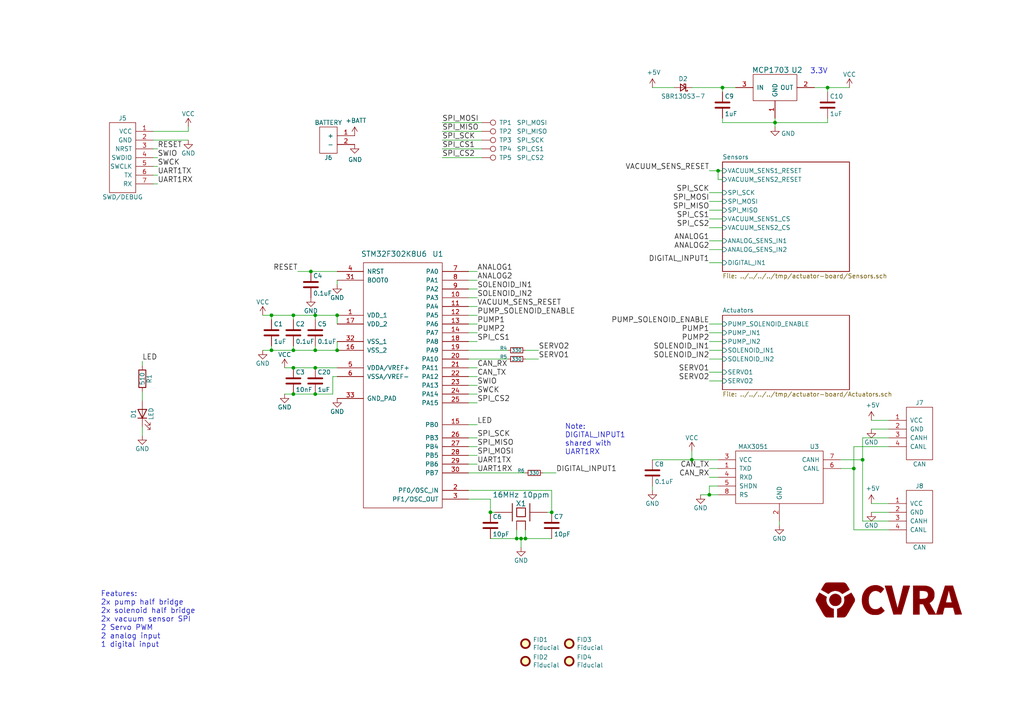
<source format=kicad_sch>
(kicad_sch (version 20230121) (generator eeschema)
  (paper "A4")
  (title_block (title "Actuator board") (date "2020-02-12") (rev "A.4") (company "Club Vaudois de Robotique Autonome") (comment 1 "Michael Spieler, Salah Missri, Antoine Albertelli") (comment 2 "Authors: "))
  (lib_symbols
    (symbol "Connector:TestPoint" (pin_numbers hide) (pin_names (offset 0.762) hide)
      (property "Reference" "TP" (at 0 6.858 0))
      (property "Value" "TestPoint" (at 0 5.08 0))
      (symbol "TestPoint_1_1"
        (pin passive line (at 0 0 90) (length 2.54) (name "1") (number "1"))
      )
    )
    (symbol "Device:C" (pin_numbers hide) (pin_names (offset 0.254))
      (property "Reference" "C" (at 0.635 2.54 0))
      (property "Value" "C" (at 0.635 -2.54 0))
      (symbol "C_1_1"
        (pin passive line (at 0 3.81 270) (length 2.794) (name "~") (number "1"))
        (pin passive line (at 0 -3.81 90) (length 2.794) (name "~") (number "2"))
      )
    )
    (symbol "Device:D_Schottky_Small" (pin_numbers hide) (pin_names (offset 0.254) hide)
      (property "Reference" "D" (at -1.27 2.032 0))
      (property "Value" "D_Schottky_Small" (at -7.112 -2.032 0))
      (symbol "D_Schottky_Small_1_1"
        (pin passive line (at -2.54 0 0) (length 1.778) (name "K") (number "1"))
        (pin passive line (at 2.54 0 180) (length 1.778) (name "A") (number "2"))
      )
    )
    (symbol "Device:LED" (pin_numbers hide) (pin_names (offset 1.016) hide)
      (property "Reference" "D" (at 0 2.54 0))
      (property "Value" "LED" (at 0 -2.54 0))
      (symbol "LED_1_1"
        (pin passive line (at -3.81 0 0) (length 2.54) (name "K") (number "1"))
        (pin passive line (at 3.81 0 180) (length 2.54) (name "A") (number "2"))
      )
    )
    (symbol "Device:R" (pin_numbers hide) (pin_names (offset 0))
      (property "Reference" "R" (at 2.032 0 90))
      (property "Value" "R" (at 0 0 90))
      (symbol "R_1_1"
        (pin passive line (at 0 3.81 270) (length 1.27) (name "~") (number "1"))
        (pin passive line (at 0 -3.81 90) (length 1.27) (name "~") (number "2"))
      )
    )
    (symbol "Device:R_Small" (pin_numbers hide) (pin_names (offset 0.254) hide)
      (property "Reference" "R" (at 0.762 0.508 0))
      (property "Value" "R_Small" (at 0.762 -1.016 0))
      (symbol "R_Small_1_1"
        (pin passive line (at 0 2.54 270) (length 0.762) (name "~") (number "1"))
        (pin passive line (at 0 -2.54 90) (length 0.762) (name "~") (number "2"))
      )
    )
    (symbol "Mechanical:Fiducial"
      (property "Reference" "FID" (at 0 5.08 0))
      (property "Value" "Fiducial" (at 0 3.175 0))
    )
    (symbol "actuator-board-rescue:CAN-_connectors" (pin_names (offset 1.016))
      (property "Reference" "CONN" (at 0 8.89 0))
      (property "Value" "_connectors_CAN" (at 0 -8.89 0))
      (symbol "CAN-_connectors_1_1"
        (pin power_in line (at -8.89 3.81 0) (length 5.08) (name "VCC") (number "1"))
        (pin power_in line (at -8.89 1.27 0) (length 5.08) (name "GND") (number "2"))
        (pin bidirectional line (at -8.89 -1.27 0) (length 5.08) (name "CANH") (number "3"))
        (pin bidirectional line (at -8.89 -3.81 0) (length 5.08) (name "CANL") (number "4"))
        (pin power_in line (at -11.43 -6.35 0) (length 7.62) hide (name "GND") (number "MECH"))
      )
    )
    (symbol "actuator-board-rescue:CVRA_logo-_logo" (pin_names (offset 1.016)))
    (symbol "actuator-board-rescue:MAX3051-_div" (pin_names (offset 1.016))
      (property "Reference" "U" (at 10.16 8.89 0))
      (property "Value" "_div_MAX3051" (at -7.62 8.89 0))
      (symbol "MAX3051-_div_1_1"
        (pin input line (at -17.78 2.54 0) (length 5.08) (name "TXD") (number "1"))
        (pin power_in line (at 0 -12.7 90) (length 5.08) (name "GND") (number "2"))
        (pin power_in line (at -17.78 5.08 0) (length 5.08) (name "VCC") (number "3"))
        (pin output line (at -17.78 0 0) (length 5.08) (name "RXD") (number "4"))
        (pin input line (at -17.78 -2.54 0) (length 5.08) (name "SHDN") (number "5"))
        (pin bidirectional line (at 17.78 2.54 180) (length 5.08) (name "CANL") (number "6"))
        (pin bidirectional line (at 17.78 5.08 180) (length 5.08) (name "CANH") (number "7"))
        (pin input line (at -17.78 -5.08 0) (length 5.08) (name "RS") (number "8"))
      )
    )
    (symbol "actuator-board-rescue:MCP1703-_linear-regulators" (pin_names (offset 1.016))
      (property "Reference" "U" (at 6.35 5.08 0))
      (property "Value" "_linear-regulators_MCP1703" (at -1.27 5.08 0))
      (symbol "MCP1703-_linear-regulators_1_1"
        (pin power_in line (at 0 -8.89 90) (length 5.08) (name "GND") (number "1"))
        (pin power_in line (at 11.43 0 180) (length 5.08) (name "OUT") (number "2"))
        (pin power_in line (at -11.43 0 0) (length 5.08) (name "IN") (number "3"))
      )
    )
    (symbol "actuator-board-rescue:PWR-_connectors" (pin_names (offset 1.016))
      (property "Reference" "CONN" (at -1.27 5.08 0))
      (property "Value" "_connectors_PWR" (at -1.27 -5.08 0))
      (symbol "PWR-_connectors_1_1"
        (pin power_in line (at -8.89 1.27 0) (length 5.08) (name "+") (number "1"))
        (pin power_in line (at -8.89 -1.27 0) (length 5.08) (name "-") (number "2"))
        (pin power_in line (at -11.43 -2.54 0) (length 7.62) hide (name "GND") (number "MECH"))
      )
    )
    (symbol "actuator-board-rescue:STM32F302K8U6-_stm32" (pin_names (offset 1.016))
      (property "Reference" "U" (at 10.16 39.37 0))
      (property "Value" "_stm32_STM32F302K8U6" (at -2.54 39.37 0))
      (symbol "STM32F302K8U6-_stm32_1_1"
        (pin bidirectional line (at -19.05 21.59 0) (length 7.62) (name "VDD_1") (number "1"))
        (pin bidirectional line (at 19.05 26.67 180) (length 7.62) (name "PA3") (number "10"))
        (pin bidirectional line (at 19.05 24.13 180) (length 7.62) (name "PA4") (number "11"))
        (pin bidirectional line (at 19.05 21.59 180) (length 7.62) (name "PA5") (number "12"))
        (pin bidirectional line (at 19.05 19.05 180) (length 7.62) (name "PA6") (number "13"))
        (pin bidirectional line (at 19.05 16.51 180) (length 7.62) (name "PA7") (number "14"))
        (pin bidirectional line (at 19.05 -10.16 180) (length 7.62) (name "PB0") (number "15"))
        (pin bidirectional line (at -19.05 11.43 0) (length 7.62) (name "VSS_2") (number "16"))
        (pin bidirectional line (at -19.05 19.05 0) (length 7.62) (name "VDD_2") (number "17"))
        (pin bidirectional line (at 19.05 13.97 180) (length 7.62) (name "PA8") (number "18"))
        (pin bidirectional line (at 19.05 11.43 180) (length 7.62) (name "PA9") (number "19"))
        (pin bidirectional line (at 19.05 -29.21 180) (length 7.62) (name "PF0/OSC_IN") (number "2"))
        (pin bidirectional line (at 19.05 8.89 180) (length 7.62) (name "PA10") (number "20"))
        (pin bidirectional line (at 19.05 6.35 180) (length 7.62) (name "PA11") (number "21"))
        (pin bidirectional line (at 19.05 3.81 180) (length 7.62) (name "PA12") (number "22"))
        (pin bidirectional line (at 19.05 1.27 180) (length 7.62) (name "PA13") (number "23"))
        (pin bidirectional line (at 19.05 -1.27 180) (length 7.62) (name "PA14") (number "24"))
        (pin bidirectional line (at 19.05 -3.81 180) (length 7.62) (name "PA15") (number "25"))
        (pin bidirectional line (at 19.05 -13.97 180) (length 7.62) (name "PB3") (number "26"))
        (pin bidirectional line (at 19.05 -16.51 180) (length 7.62) (name "PB4") (number "27"))
        (pin bidirectional line (at 19.05 -19.05 180) (length 7.62) (name "PB5") (number "28"))
        (pin bidirectional line (at 19.05 -21.59 180) (length 7.62) (name "PB6") (number "29"))
        (pin bidirectional line (at 19.05 -31.75 180) (length 7.62) (name "PF1/OSC_OUT") (number "3"))
        (pin bidirectional line (at 19.05 -24.13 180) (length 7.62) (name "PB7") (number "30"))
        (pin bidirectional line (at -19.05 31.75 0) (length 7.62) (name "BOOT0") (number "31"))
        (pin bidirectional line (at -19.05 13.97 0) (length 7.62) (name "VSS_1") (number "32"))
        (pin power_in line (at -19.05 -2.54 0) (length 7.62) (name "GND_PAD") (number "33"))
        (pin bidirectional line (at -19.05 34.29 0) (length 7.62) (name "NRST") (number "4"))
        (pin bidirectional line (at -19.05 6.35 0) (length 7.62) (name "VDDA/VREF+") (number "5"))
        (pin bidirectional line (at -19.05 3.81 0) (length 7.62) (name "VSSA/VREF-") (number "6"))
        (pin bidirectional line (at 19.05 34.29 180) (length 7.62) (name "PA0") (number "7"))
        (pin bidirectional line (at 19.05 31.75 180) (length 7.62) (name "PA1") (number "8"))
        (pin bidirectional line (at 19.05 29.21 180) (length 7.62) (name "PA2") (number "9"))
      )
    )
    (symbol "actuator-board-rescue:SWD_DEBUG-_connectors" (pin_names (offset 1.016))
      (property "Reference" "CONN" (at 0 11.43 0))
      (property "Value" "_connectors_SWD_DEBUG" (at 0 -11.43 0))
      (symbol "SWD_DEBUG-_connectors_1_1"
        (pin power_in line (at -8.89 7.62 0) (length 5.08) (name "VCC") (number "1"))
        (pin power_in line (at -8.89 5.08 0) (length 5.08) (name "GND") (number "2"))
        (pin output line (at -8.89 2.54 0) (length 5.08) (name "NRST") (number "3"))
        (pin bidirectional line (at -8.89 0 0) (length 5.08) (name "SWDIO") (number "4"))
        (pin output line (at -8.89 -2.54 0) (length 5.08) (name "SWCLK") (number "5"))
        (pin input line (at -8.89 -5.08 0) (length 5.08) (name "TX") (number "6"))
        (pin output line (at -8.89 -7.62 0) (length 5.08) (name "RX") (number "7"))
        (pin power_in line (at -11.43 -5.08 0) (length 7.62) hide (name "GND") (number "MECH"))
      )
    )
    (symbol "actuator-board-rescue:XTAL-SMD-4-PADS-_div" (pin_numbers hide) (pin_names (offset 1.016) hide)
      (property "Reference" "X" (at 0 5.08 0))
      (property "Value" "_div_XTAL-SMD-4-PADS" (at 0 7.62 0))
      (symbol "XTAL-SMD-4-PADS-_div_1_1"
        (pin input line (at -7.62 0 0) (length 5.08) (name "~") (number "1"))
        (pin input line (at -1.27 -5.08 90) (length 2.54) (name "case") (number "2"))
        (pin input line (at 7.62 0 180) (length 5.08) (name "~") (number "3"))
        (pin input line (at 1.27 -5.08 90) (length 2.54) (name "case") (number "4"))
      )
    )
    (symbol "power:+5V" (power) (pin_names (offset 0))
      (property "Value" "+5V" (at 0 3.556 0))
      (symbol "+5V_1_1"
        (pin power_in line (at 0 0 90) (length 0) hide (name "+5V") (number "1"))
      )
    )
    (symbol "power:+BATT" (power) (pin_names (offset 0))
      (property "Value" "+BATT" (at 0 3.556 0))
      (symbol "+BATT_1_1"
        (pin power_in line (at 0 0 90) (length 0) hide (name "+BATT") (number "1"))
      )
    )
    (symbol "power:GND" (power) (pin_names (offset 0))
      (property "Value" "GND" (at 0 -3.81 0))
      (symbol "GND_1_1"
        (pin power_in line (at 0 0 270) (length 0) hide (name "GND") (number "1"))
      )
    )
    (symbol "power:VCC" (power) (pin_names (offset 0))
      (property "Value" "VCC" (at 0 3.81 0))
      (symbol "VCC_1_1"
        (pin power_in line (at 0 0 90) (length 0) hide (name "VCC") (number "1"))
      )
    )
  )
  (junction (at 97.79 101.6))
  (junction (at 151.13 156.21))
  (junction (at 240.03 25.4))
  (junction (at 91.44 91.44))
  (junction (at 224.79 35.56))
  (junction (at 85.09 114.3))
  (junction (at 91.44 101.6))
  (junction (at 90.17 78.74))
  (junction (at 91.44 106.68))
  (junction (at 91.44 114.3))
  (junction (at 247.65 135.89))
  (junction (at 85.09 91.44))
  (junction (at 250.19 133.35))
  (junction (at 209.55 25.4))
  (junction (at 97.79 91.44))
  (junction (at 78.74 91.44))
  (junction (at 85.09 106.68))
  (junction (at 149.86 156.21))
  (junction (at 142.24 148.59))
  (junction (at 160.02 148.59))
  (junction (at 208.28 49.53))
  (junction (at 200.66 133.35))
  (junction (at 205.74 143.51))
  (junction (at 152.4 156.21))
  (junction (at 78.74 101.6))
  (junction (at 85.09 101.6))
  (wire (pts (xy 205.74 138.43) (xy 208.28 138.43)))
  (wire (pts (xy 205.74 58.42) (xy 209.55 58.42)))
  (wire (pts (xy 205.74 140.97) (xy 208.28 140.97)))
  (wire (pts (xy 189.23 133.35) (xy 200.66 133.35)))
  (wire (pts (xy 91.44 106.68) (xy 97.79 106.68)))
  (wire (pts (xy 138.43 114.3) (xy 135.89 114.3)))
  (wire (pts (xy 209.55 69.85) (xy 205.74 69.85)))
  (wire (pts (xy 85.09 114.3) (xy 91.44 114.3)))
  (wire (pts (xy 250.19 133.35) (xy 250.19 151.13)))
  (wire (pts (xy 41.275 104.775) (xy 41.275 106.045)))
  (wire (pts (xy 138.43 106.68) (xy 135.89 106.68)))
  (wire (pts (xy 135.89 93.98) (xy 138.43 93.98)))
  (wire (pts (xy 205.74 110.49) (xy 209.55 110.49)))
  (wire (pts (xy 54.61 38.1) (xy 54.61 36.83)))
  (wire (pts (xy 135.89 99.06) (xy 138.43 99.06)))
  (wire (pts (xy 85.09 101.6) (xy 85.09 100.33)))
  (wire (pts (xy 149.86 153.67) (xy 149.86 156.21)))
  (wire (pts (xy 142.24 148.59) (xy 142.24 144.78)))
  (wire (pts (xy 152.4 153.67) (xy 152.4 156.21)))
  (wire (pts (xy 97.79 101.6) (xy 97.79 99.06)))
  (wire (pts (xy 128.27 35.56) (xy 139.7 35.56)))
  (wire (pts (xy 224.79 35.56) (xy 224.79 36.83)))
  (wire (pts (xy 205.74 140.97) (xy 205.74 143.51)))
  (wire (pts (xy 226.06 152.4) (xy 226.06 151.13)))
  (wire (pts (xy 247.65 129.54) (xy 257.81 129.54)))
  (wire (pts (xy 149.86 156.21) (xy 151.13 156.21)))
  (wire (pts (xy 85.09 106.68) (xy 91.44 106.68)))
  (wire (pts (xy 135.89 91.44) (xy 138.43 91.44)))
  (wire (pts (xy 160.02 142.24) (xy 160.02 148.59)))
  (wire (pts (xy 247.65 135.89) (xy 247.65 153.67)))
  (wire (pts (xy 138.43 127) (xy 135.89 127)))
  (wire (pts (xy 205.74 101.6) (xy 209.55 101.6)))
  (wire (pts (xy 138.43 83.82) (xy 135.89 83.82)))
  (wire (pts (xy 128.27 40.64) (xy 139.7 40.64)))
  (wire (pts (xy 205.74 55.88) (xy 209.55 55.88)))
  (wire (pts (xy 205.74 63.5) (xy 209.55 63.5)))
  (wire (pts (xy 160.02 148.59) (xy 158.75 148.59)))
  (wire (pts (xy 243.84 133.35) (xy 250.19 133.35)))
  (wire (pts (xy 128.27 43.18) (xy 139.7 43.18)))
  (wire (pts (xy 138.43 116.84) (xy 135.89 116.84)))
  (wire (pts (xy 44.45 48.26) (xy 45.72 48.26)))
  (wire (pts (xy 200.66 25.4) (xy 209.55 25.4)))
  (wire (pts (xy 205.74 49.53) (xy 208.28 49.53)))
  (wire (pts (xy 250.19 127) (xy 250.19 133.35)))
  (wire (pts (xy 208.28 52.07) (xy 209.55 52.07)))
  (wire (pts (xy 189.23 25.4) (xy 195.58 25.4)))
  (wire (pts (xy 135.89 132.08) (xy 138.43 132.08)))
  (wire (pts (xy 252.73 121.92) (xy 257.81 121.92)))
  (wire (pts (xy 252.73 124.46) (xy 257.81 124.46)))
  (wire (pts (xy 152.4 101.6) (xy 156.21 101.6)))
  (wire (pts (xy 85.09 101.6) (xy 91.44 101.6)))
  (wire (pts (xy 205.74 93.98) (xy 209.55 93.98)))
  (wire (pts (xy 203.2 143.51) (xy 205.74 143.51)))
  (wire (pts (xy 135.89 78.74) (xy 138.43 78.74)))
  (wire (pts (xy 252.73 148.59) (xy 257.81 148.59)))
  (wire (pts (xy 224.79 34.29) (xy 224.79 35.56)))
  (wire (pts (xy 76.2 91.44) (xy 78.74 91.44)))
  (wire (pts (xy 247.65 153.67) (xy 257.81 153.67)))
  (wire (pts (xy 252.73 146.05) (xy 257.81 146.05)))
  (wire (pts (xy 138.43 81.28) (xy 135.89 81.28)))
  (wire (pts (xy 135.89 111.76) (xy 138.43 111.76)))
  (wire (pts (xy 85.09 91.44) (xy 85.09 92.71)))
  (wire (pts (xy 205.74 135.89) (xy 208.28 135.89)))
  (wire (pts (xy 247.65 129.54) (xy 247.65 135.89)))
  (wire (pts (xy 85.09 91.44) (xy 91.44 91.44)))
  (wire (pts (xy 78.74 91.44) (xy 78.74 92.71)))
  (wire (pts (xy 142.24 156.21) (xy 149.86 156.21)))
  (wire (pts (xy 147.32 101.6) (xy 135.89 101.6)))
  (wire (pts (xy 200.66 133.35) (xy 200.66 130.81)))
  (wire (pts (xy 151.13 156.21) (xy 151.13 158.75)))
  (wire (pts (xy 135.89 129.54) (xy 138.43 129.54)))
  (wire (pts (xy 240.03 35.56) (xy 240.03 34.29)))
  (wire (pts (xy 45.72 45.72) (xy 44.45 45.72)))
  (wire (pts (xy 54.61 40.64) (xy 44.45 40.64)))
  (wire (pts (xy 138.43 86.36) (xy 135.89 86.36)))
  (wire (pts (xy 97.79 91.44) (xy 97.79 93.98)))
  (wire (pts (xy 205.74 143.51) (xy 208.28 143.51)))
  (wire (pts (xy 224.79 35.56) (xy 240.03 35.56)))
  (wire (pts (xy 142.24 144.78) (xy 135.89 144.78)))
  (wire (pts (xy 135.89 123.19) (xy 138.43 123.19)))
  (wire (pts (xy 205.74 72.39) (xy 209.55 72.39)))
  (wire (pts (xy 209.55 35.56) (xy 224.79 35.56)))
  (wire (pts (xy 135.89 142.24) (xy 160.02 142.24)))
  (wire (pts (xy 96.52 109.22) (xy 96.52 114.3)))
  (wire (pts (xy 78.74 101.6) (xy 78.74 100.33)))
  (wire (pts (xy 78.74 91.44) (xy 85.09 91.44)))
  (wire (pts (xy 209.55 76.2) (xy 205.74 76.2)))
  (wire (pts (xy 243.84 135.89) (xy 247.65 135.89)))
  (wire (pts (xy 44.45 38.1) (xy 54.61 38.1)))
  (wire (pts (xy 200.66 133.35) (xy 208.28 133.35)))
  (wire (pts (xy 91.44 101.6) (xy 91.44 100.33)))
  (wire (pts (xy 205.74 99.06) (xy 209.55 99.06)))
  (wire (pts (xy 209.55 25.4) (xy 213.36 25.4)))
  (wire (pts (xy 82.55 114.3) (xy 85.09 114.3)))
  (wire (pts (xy 78.74 101.6) (xy 85.09 101.6)))
  (wire (pts (xy 138.43 88.9) (xy 135.89 88.9)))
  (wire (pts (xy 189.23 142.24) (xy 189.23 140.97)))
  (wire (pts (xy 236.22 25.4) (xy 240.03 25.4)))
  (wire (pts (xy 91.44 114.3) (xy 96.52 114.3)))
  (wire (pts (xy 90.17 78.74) (xy 97.79 78.74)))
  (wire (pts (xy 147.32 104.14) (xy 135.89 104.14)))
  (wire (pts (xy 44.45 50.8) (xy 45.72 50.8)))
  (wire (pts (xy 82.55 106.68) (xy 85.09 106.68)))
  (wire (pts (xy 45.72 43.18) (xy 44.45 43.18)))
  (wire (pts (xy 76.2 101.6) (xy 78.74 101.6)))
  (wire (pts (xy 152.4 156.21) (xy 160.02 156.21)))
  (wire (pts (xy 135.89 96.52) (xy 138.43 96.52)))
  (wire (pts (xy 209.55 25.4) (xy 209.55 26.67)))
  (wire (pts (xy 91.44 92.71) (xy 91.44 91.44)))
  (wire (pts (xy 138.43 109.22) (xy 135.89 109.22)))
  (wire (pts (xy 240.03 25.4) (xy 246.38 25.4)))
  (wire (pts (xy 205.74 104.14) (xy 209.55 104.14)))
  (wire (pts (xy 139.7 45.72) (xy 128.27 45.72)))
  (wire (pts (xy 205.74 107.95) (xy 209.55 107.95)))
  (wire (pts (xy 208.28 49.53) (xy 209.55 49.53)))
  (wire (pts (xy 250.19 127) (xy 257.81 127)))
  (wire (pts (xy 44.45 53.34) (xy 45.72 53.34)))
  (wire (pts (xy 41.275 126.365) (xy 41.275 123.825)))
  (wire (pts (xy 151.13 156.21) (xy 152.4 156.21)))
  (wire (pts (xy 91.44 91.44) (xy 97.79 91.44)))
  (wire (pts (xy 142.24 148.59) (xy 143.51 148.59)))
  (wire (pts (xy 135.89 137.16) (xy 152.4 137.16)))
  (wire (pts (xy 209.55 60.96) (xy 205.74 60.96)))
  (wire (pts (xy 138.43 134.62) (xy 135.89 134.62)))
  (wire (pts (xy 97.79 82.55) (xy 97.79 81.28)))
  (wire (pts (xy 91.44 101.6) (xy 97.79 101.6)))
  (wire (pts (xy 208.28 52.07) (xy 208.28 49.53)))
  (wire (pts (xy 86.36 78.74) (xy 90.17 78.74)))
  (wire (pts (xy 209.55 66.04) (xy 205.74 66.04)))
  (wire (pts (xy 240.03 25.4) (xy 240.03 26.67)))
  (wire (pts (xy 250.19 151.13) (xy 257.81 151.13)))
  (wire (pts (xy 97.79 109.22) (xy 96.52 109.22)))
  (wire (pts (xy 209.55 34.29) (xy 209.55 35.56)))
  (wire (pts (xy 205.74 96.52) (xy 209.55 96.52)))
  (wire (pts (xy 157.48 137.16) (xy 161.29 137.16)))
  (wire (pts (xy 128.27 38.1) (xy 139.7 38.1)))
  (wire (pts (xy 41.275 113.665) (xy 41.275 116.205)))
  (wire (pts (xy 152.4 104.14) (xy 156.21 104.14)))
  (text "Features:\n2x pump half bridge\n2x solenoid half bridge\n2x vacuum sensor SPI\n2 Servo PWM\n2 analog input\n1 digital input" (at 29.21 187.96 0) (effects (font (size 1.524 1.524)) (justify left bottom)))
  (text "3.3V" (at 234.95 21.59 0) (effects (font (size 1.524 1.524)) (justify left bottom)))
  (text "Note:\nDIGITAL_INPUT1\nshared with\nUART1RX" (at 163.83 132.08 0) (effects (font (size 1.524 1.524)) (justify left bottom)))
  (label "PUMP_SOLENOID_ENABLE" (at 205.74 93.98 180) (effects (font (size 1.524 1.524))))
  (label "LED" (at 41.275 104.775 0) (effects (font (size 1.524 1.524))))
  (label "RESET" (at 45.72 43.18 0) (effects (font (size 1.524 1.524))))
  (label "SPI_MISO" (at 128.27 38.1 0) (effects (font (size 1.524 1.524))))
  (label "UART1RX" (at 45.72 53.34 0) (effects (font (size 1.524 1.524))))
  (label "SOLENOID_IN1" (at 205.74 101.6 180) (effects (font (size 1.524 1.524))))
  (label "SPI_CS2" (at 205.74 66.04 180) (effects (font (size 1.524 1.524))))
  (label "SPI_CS1" (at 138.43 99.06 0) (effects (font (size 1.524 1.524))))
  (label "SWCK" (at 45.72 48.26 0) (effects (font (size 1.524 1.524))))
  (label "PUMP1" (at 138.43 93.98 0) (effects (font (size 1.524 1.524))))
  (label "SPI_CS1" (at 205.74 63.5 180) (effects (font (size 1.524 1.524))))
  (label "SOLENOID_IN1" (at 138.43 83.82 0) (effects (font (size 1.4986 1.4986))))
  (label "SPI_CS1" (at 128.27 43.18 0) (effects (font (size 1.524 1.524))))
  (label "SPI_CS2" (at 128.27 45.72 0) (effects (font (size 1.524 1.524))))
  (label "SPI_MISO" (at 205.74 60.96 180) (effects (font (size 1.524 1.524))))
  (label "SWIO" (at 138.43 111.76 0) (effects (font (size 1.524 1.524))))
  (label "CAN_RX" (at 205.74 138.43 180) (effects (font (size 1.524 1.524))))
  (label "UART1RX" (at 138.43 137.16 0) (effects (font (size 1.524 1.524))))
  (label "UART1TX" (at 45.72 50.8 0) (effects (font (size 1.524 1.524))))
  (label "SPI_CS2" (at 138.43 116.84 0) (effects (font (size 1.524 1.524))))
  (label "SERVO1" (at 205.74 107.95 180) (effects (font (size 1.524 1.524))))
  (label "VACUUM_SENS_RESET" (at 205.74 49.53 180) (effects (font (size 1.524 1.524))))
  (label "SPI_SCK" (at 128.27 40.64 0) (effects (font (size 1.524 1.524))))
  (label "SPI_MOSI" (at 138.43 132.08 0) (effects (font (size 1.524 1.524))))
  (label "PUMP_SOLENOID_ENABLE" (at 138.43 91.44 0) (effects (font (size 1.524 1.524))))
  (label "SPI_SCK" (at 138.43 127 0) (effects (font (size 1.524 1.524))))
  (label "PUMP1" (at 205.74 96.52 180) (effects (font (size 1.524 1.524))))
  (label "DIGITAL_INPUT1" (at 205.74 76.2 180) (effects (font (size 1.524 1.524))))
  (label "SERVO2" (at 205.74 110.49 180) (effects (font (size 1.524 1.524))))
  (label "CAN_TX" (at 205.74 135.89 180) (effects (font (size 1.524 1.524))))
  (label "PUMP2" (at 205.74 99.06 180) (effects (font (size 1.524 1.524))))
  (label "SPI_MOSI" (at 128.27 35.56 0) (effects (font (size 1.524 1.524))))
  (label "ANALOG1" (at 138.43 78.74 0) (effects (font (size 1.524 1.524))))
  (label "SOLENOID_IN2" (at 205.74 104.14 180) (effects (font (size 1.524 1.524))))
  (label "SPI_MOSI" (at 205.74 58.42 180) (effects (font (size 1.524 1.524))))
  (label "CAN_RX" (at 138.43 106.68 0) (effects (font (size 1.524 1.524))))
  (label "VACUUM_SENS_RESET" (at 138.43 88.9 0) (effects (font (size 1.524 1.524))))
  (label "LED" (at 138.43 123.19 0) (effects (font (size 1.524 1.524))))
  (label "DIGITAL_INPUT1" (at 161.29 137.16 0) (effects (font (size 1.524 1.524))))
  (label "SERVO1" (at 156.21 104.14 0) (effects (font (size 1.524 1.524))))
  (label "UART1TX" (at 138.43 134.62 0) (effects (font (size 1.524 1.524))))
  (label "PUMP2" (at 138.43 96.52 0) (effects (font (size 1.524 1.524))))
  (label "SWIO" (at 45.72 45.72 0) (effects (font (size 1.524 1.524))))
  (label "SPI_SCK" (at 205.74 55.88 180) (effects (font (size 1.524 1.524))))
  (label "RESET" (at 86.36 78.74 180) (effects (font (size 1.524 1.524))))
  (label "ANALOG2" (at 138.43 81.28 0) (effects (font (size 1.524 1.524))))
  (label "ANALOG2" (at 205.74 72.39 180) (effects (font (size 1.524 1.524))))
  (label "SPI_MISO" (at 138.43 129.54 0) (effects (font (size 1.524 1.524))))
  (label "ANALOG1" (at 205.74 69.85 180) (effects (font (size 1.524 1.524))))
  (label "CAN_TX" (at 138.43 109.22 0) (effects (font (size 1.524 1.524))))
  (label "SERVO2" (at 156.21 101.6 0) (effects (font (size 1.524 1.524))))
  (label "SOLENOID_IN2" (at 138.43 86.36 0) (effects (font (size 1.4986 1.4986))))
  (label "SWCK" (at 138.43 114.3 0) (effects (font (size 1.524 1.524))))
  (symbol (lib_id "actuator-board-rescue:STM32F302K8U6-_stm32") (at 116.84 113.03 0) (unit 1)
    (property "Reference" "U1" (at 127 73.66 0) (effects (font (size 1.524 1.524))))
    (property "Value" "STM32F302K8U6" (at 114.3 73.66 0) (effects (font (size 1.524 1.524))))
    (property "Footprint" "Package_DFN_QFN:QFN-32-1EP_5x5mm_P0.5mm_EP3.45x3.45mm" (effects hide))
    (property "Datasheet" "DOCUMENTATION" (effects hide))
    (property "digikey#" "497-14700-ND" (effects hide))
  )
  (symbol (lib_id "actuator-board-rescue:XTAL-SMD-4-PADS-_div") (at 151.13 148.59 0) (unit 1)
    (property "Reference" "X1" (at 151.13 146.05 0) (effects (font (size 1.524 1.524))))
    (property "Value" "16MHz 10ppm" (at 151.13 143.51 0) (effects (font (size 1.524 1.524))))
    (property "Footprint" "Crystal:Crystal_SMD_SeikoEpson_TSX3225-4Pin_3.2x2.5mm" (effects hide))
    (property "digikey#" "SER4069CT-ND" (effects hide))
  )
  (symbol (lib_id "actuator-board-rescue:CAN-_connectors") (at 266.7 125.73 0) (unit 1)
    (property "Reference" "J7" (at 266.7 116.84 0))
    (property "Value" "CAN" (at 266.7 134.62 0))
    (property "Footprint" "Connector_Molex:Molex_PicoBlade_53261-0471_1x04-1MP_P1.25mm_Horizontal" (effects hide))
    (property "Datasheet" "DOCUMENTATION" (effects hide))
    (property "digikey#" "WM7622CT-ND" (effects hide))
  )
  (symbol (lib_id "actuator-board-rescue:CAN-_connectors") (at 266.7 149.86 0) (unit 1)
    (property "Reference" "J8" (at 266.7 140.97 0))
    (property "Value" "CAN" (at 266.7 158.75 0))
    (property "Footprint" "Connector_Molex:Molex_PicoBlade_53261-0471_1x04-1MP_P1.25mm_Horizontal" (effects hide))
    (property "Datasheet" "DOCUMENTATION" (effects hide))
    (property "digikey#" "WM7622CT-ND" (effects hide))
  )
  (symbol (lib_id "actuator-board-rescue:SWD_DEBUG-_connectors") (at 35.56 45.72 0) (mirror y) (unit 1)
    (property "Reference" "J5" (at 35.56 34.29 0))
    (property "Value" "SWD/DEBUG" (at 35.56 57.15 0))
    (property "Footprint" "Connector_Molex:Molex_PicoBlade_53047-0710_1x07_P1.25mm_Vertical" (effects hide))
    (property "Datasheet" "DOCUMENTATION" (effects hide))
    (property "DNP" "1" (effects hide))
  )
  (symbol (lib_id "actuator-board-rescue:MAX3051-_div") (at 226.06 138.43 0) (unit 1)
    (property "Reference" "U3" (at 236.22 129.54 0))
    (property "Value" "MAX3051" (at 218.44 129.54 0))
    (property "Footprint" "Package_TO_SOT_SMD:SOT-23-8" (effects hide))
    (property "Datasheet" "CAN Transceiver" (effects hide))
    (property "digikey#" "MAX3051EKA+TCT-ND" (effects hide))
  )
  (symbol (lib_id "actuator-board-rescue:MCP1703-_linear-regulators") (at 224.79 25.4 0) (unit 1)
    (property "Reference" "U2" (at 231.14 20.32 0) (effects (font (size 1.524 1.524))))
    (property "Value" "MCP1703" (at 223.52 20.32 0) (effects (font (size 1.524 1.524))))
    (property "Footprint" "Package_TO_SOT_SMD:SOT-23" (effects hide))
    (property "digikey#" "MCP1703T-3302E/CBCT-ND" (effects hide))
  )
  (symbol (lib_id "Device:C") (at 209.55 30.48 0) (unit 1)
    (property "Reference" "C9" (at 210.185 27.94 0) (effects (justify left)))
    (property "Value" "1uF" (at 210.185 33.02 0) (effects (justify left)))
    (property "Footprint" "Capacitor_SMD:C_0603_1608Metric" (effects hide))
    (property "digikey#" "399-3118-1-ND" (effects hide))
  )
  (symbol (lib_id "Device:C") (at 240.03 30.48 0) (unit 1)
    (property "Reference" "C10" (at 240.665 27.94 0) (effects (justify left)))
    (property "Value" "1uF" (at 240.665 33.02 0) (effects (justify left)))
    (property "Footprint" "Capacitor_SMD:C_0603_1608Metric" (effects hide))
    (property "digikey#" "399-3118-1-ND" (effects hide))
  )
  (symbol (lib_id "power:GND") (at 224.79 36.83 0) (unit 1)
    (property "Reference" "#PWR018" (effects hide))
    (property "Value" "GND" (at 228.6 38.735 0))
  )
  (symbol (lib_id "power:GND") (at 252.73 124.46 0) (unit 1)
    (property "Reference" "#PWR021" (effects hide))
    (property "Value" "GND" (at 252.73 128.27 0))
  )
  (symbol (lib_id "power:GND") (at 252.73 148.59 0) (unit 1)
    (property "Reference" "#PWR022" (effects hide))
    (property "Value" "GND" (at 252.73 152.4 0))
  )
  (symbol (lib_id "power:VCC") (at 246.38 25.4 0) (unit 1)
    (property "Reference" "#PWR020" (effects hide))
    (property "Value" "VCC" (at 246.38 21.59 0))
  )
  (symbol (lib_id "Device:C") (at 189.23 137.16 0) (unit 1)
    (property "Reference" "C8" (at 189.865 134.62 0) (effects (justify left)))
    (property "Value" "0.1uF" (at 189.865 139.7 0) (effects (justify left)))
    (property "Footprint" "Capacitor_SMD:C_0603_1608Metric" (effects hide))
    (property "digikey#" "399-1283-1-ND" (effects hide))
  )
  (symbol (lib_id "power:VCC") (at 200.66 130.81 0) (unit 1)
    (property "Reference" "#PWR016" (effects hide))
    (property "Value" "VCC" (at 200.66 127 0))
  )
  (symbol (lib_id "power:GND") (at 189.23 142.24 0) (unit 1)
    (property "Reference" "#PWR015" (effects hide))
    (property "Value" "GND" (at 189.23 146.05 0))
  )
  (symbol (lib_id "power:GND") (at 226.06 152.4 0) (unit 1)
    (property "Reference" "#PWR019" (effects hide))
    (property "Value" "GND" (at 226.06 156.21 0))
  )
  (symbol (lib_id "Device:C") (at 91.44 96.52 0) (unit 1)
    (property "Reference" "C5" (at 92.075 93.98 0) (effects (justify left)))
    (property "Value" "0.1uF" (at 92.075 99.06 0) (effects (justify left)))
    (property "Footprint" "Capacitor_SMD:C_0603_1608Metric" (effects hide))
    (property "digikey#" "399-1283-1-ND" (effects hide))
  )
  (symbol (lib_id "Device:C") (at 78.74 96.52 0) (unit 1)
    (property "Reference" "C1" (at 79.375 93.98 0) (effects (justify left)))
    (property "Value" "1uF" (at 79.375 99.06 0) (effects (justify left)))
    (property "Footprint" "Capacitor_SMD:C_0603_1608Metric" (effects hide))
    (property "digikey#" "399-3118-1-ND" (effects hide))
  )
  (symbol (lib_id "Device:C") (at 85.09 110.49 0) (unit 1)
    (property "Reference" "C3" (at 85.725 107.95 0) (effects (justify left)))
    (property "Value" "10nF" (at 85.725 113.03 0) (effects (justify left)))
    (property "Footprint" "Capacitor_SMD:C_0603_1608Metric" (effects hide))
    (property "digikey#" "399-1092-1-ND" (effects hide))
  )
  (symbol (lib_id "Device:C") (at 85.09 96.52 0) (unit 1)
    (property "Reference" "C2" (at 85.725 93.98 0) (effects (justify left)))
    (property "Value" "0.1uF" (at 85.725 99.06 0) (effects (justify left)))
    (property "Footprint" "Capacitor_SMD:C_0603_1608Metric" (effects hide))
    (property "digikey#" "399-1283-1-ND" (effects hide))
  )
  (symbol (lib_id "power:VCC") (at 54.61 36.83 0) (unit 1)
    (property "Reference" "#PWR02" (effects hide))
    (property "Value" "VCC" (at 54.61 33.02 0))
  )
  (symbol (lib_id "power:GND") (at 54.61 40.64 0) (unit 1)
    (property "Reference" "#PWR03" (effects hide))
    (property "Value" "GND" (at 54.61 44.45 0))
  )
  (symbol (lib_id "power:GND") (at 97.79 82.55 0) (unit 1)
    (property "Reference" "#PWR09" (effects hide))
    (property "Value" "GND" (at 97.79 86.36 0))
  )
  (symbol (lib_id "Device:C") (at 90.17 82.55 0) (unit 1)
    (property "Reference" "C4" (at 90.805 80.01 0) (effects (justify left)))
    (property "Value" "0.1uF" (at 90.805 85.09 0) (effects (justify left)))
    (property "Footprint" "Capacitor_SMD:C_0603_1608Metric" (effects hide))
    (property "digikey#" "399-1283-1-ND" (effects hide))
  )
  (symbol (lib_id "power:GND") (at 90.17 86.36 0) (unit 1)
    (property "Reference" "#PWR08" (effects hide))
    (property "Value" "GND" (at 90.17 90.17 0))
  )
  (symbol (lib_id "Device:C") (at 142.24 152.4 0) (unit 1)
    (property "Reference" "C6" (at 142.875 149.86 0) (effects (justify left)))
    (property "Value" "10pF" (at 142.875 154.94 0) (effects (justify left)))
    (property "Footprint" "Capacitor_SMD:C_0603_1608Metric" (effects hide))
    (property "digikey#" "399-17563-1-ND" (effects hide))
  )
  (symbol (lib_id "Device:C") (at 160.02 152.4 0) (unit 1)
    (property "Reference" "C7" (at 160.655 149.86 0) (effects (justify left)))
    (property "Value" "10pF" (at 160.655 154.94 0) (effects (justify left)))
    (property "Footprint" "Capacitor_SMD:C_0603_1608Metric" (effects hide))
    (property "digikey#" "399-17563-1-ND" (effects hide))
  )
  (symbol (lib_id "power:GND") (at 151.13 158.75 0) (unit 1)
    (property "Reference" "#PWR014" (effects hide))
    (property "Value" "GND" (at 151.13 162.56 0))
  )
  (symbol (lib_id "Device:LED") (at 41.275 120.015 90) (unit 1)
    (property "Reference" "D1" (at 38.735 120.015 0))
    (property "Value" "LED" (at 43.815 120.015 0))
    (property "Footprint" "LED_SMD:LED_0603_1608Metric" (effects hide))
    (property "digikey#" "VLMTG1300-GS08CT-ND" (effects hide))
  )
  (symbol (lib_id "Device:R") (at 41.275 109.855 0) (unit 1)
    (property "Reference" "R1" (at 43.307 109.855 90))
    (property "Value" "510" (at 41.275 109.855 90))
    (property "Footprint" "Resistor_SMD:R_0603_1608Metric" (effects hide))
    (property "digikey#" "311-510GRCT-ND" (effects hide))
  )
  (symbol (lib_id "power:GND") (at 41.275 126.365 0) (unit 1)
    (property "Reference" "#PWR01" (effects hide))
    (property "Value" "GND" (at 41.275 130.175 0))
  )
  (symbol (lib_id "power:VCC") (at 76.2 91.44 0) (unit 1)
    (property "Reference" "#PWR04" (effects hide))
    (property "Value" "VCC" (at 76.2 87.63 0))
  )
  (symbol (lib_id "power:VCC") (at 82.55 106.68 0) (unit 1)
    (property "Reference" "#PWR06" (effects hide))
    (property "Value" "VCC" (at 82.55 102.87 0))
  )
  (symbol (lib_id "power:GND") (at 82.55 114.3 0) (unit 1)
    (property "Reference" "#PWR07" (effects hide))
    (property "Value" "GND" (at 82.55 118.11 0))
  )
  (symbol (lib_id "power:GND") (at 76.2 101.6 0) (unit 1)
    (property "Reference" "#PWR05" (effects hide))
    (property "Value" "GND" (at 76.2 105.41 0))
  )
  (symbol (lib_id "power:GND") (at 97.79 115.57 0) (unit 1)
    (property "Reference" "#PWR010" (effects hide))
    (property "Value" "GND" (at 97.79 119.38 0))
  )
  (symbol (lib_id "power:GND") (at 203.2 143.51 0) (unit 1)
    (property "Reference" "#PWR017" (effects hide))
    (property "Value" "GND" (at 203.2 147.32 0))
  )
  (symbol (lib_id "actuator-board-rescue:CVRA_logo-_logo") (at 257.81 173.99 0) (unit 1)
    (property "Reference" "#G1" (effects hide))
    (property "Value" "CVRA_logo" (effects hide))
    (property "Footprint" "_logo:CVRA-logo-small" (effects hide))
  )
  (symbol (lib_id "Device:D_Schottky_Small") (at 198.12 25.4 180) (unit 1)
    (property "Reference" "D2" (at 198.12 22.86 0))
    (property "Value" "SBR130S3-7" (at 198.12 27.94 0))
    (property "Footprint" "Diode_SMD:D_SOD-323_HandSoldering" (effects hide))
    (property "digikey#" "SBR130S3-7DICT-ND" (effects hide))
  )
  (symbol (lib_id "actuator-board-rescue:PWR-_connectors") (at 93.98 40.64 0) (mirror y) (unit 1)
    (property "Reference" "J6" (at 95.25 45.72 0))
    (property "Value" "BATTERY" (at 95.25 35.56 0))
    (property "Footprint" "Connector_PinHeader_2.54mm:PinHeader_1x02_P2.54mm_Vertical" (effects hide))
    (property "Datasheet" "DOCUMENTATION" (effects hide))
    (property "DNP" "1" (effects hide))
  )
  (symbol (lib_id "power:+BATT") (at 102.87 39.37 0) (unit 1)
    (property "Reference" "#PWR011" (effects hide))
    (property "Value" "+BATT" (at 103.251 34.9758 0))
  )
  (symbol (lib_id "power:GND") (at 102.87 41.91 0) (unit 1)
    (property "Reference" "#PWR012" (effects hide))
    (property "Value" "GND" (at 102.997 46.3042 0))
  )
  (symbol (lib_id "Device:R_Small") (at 149.86 101.6 270) (unit 1)
    (property "Reference" "R4" (at 146.05 100.965 90) (effects (font (size 0.9906 0.9906))))
    (property "Value" "330" (at 149.86 101.6 90) (effects (font (size 0.9906 0.9906))))
    (property "Footprint" "Resistor_SMD:R_0603_1608Metric" (effects hide))
    (property "digikey#" "311-330HRCT-ND" (effects hide))
  )
  (symbol (lib_id "Device:R_Small") (at 149.86 104.14 270) (unit 1)
    (property "Reference" "R5" (at 146.05 103.505 90) (effects (font (size 0.9906 0.9906))))
    (property "Value" "330" (at 149.86 104.14 90) (effects (font (size 0.9906 0.9906))))
    (property "Footprint" "Resistor_SMD:R_0603_1608Metric" (effects hide))
    (property "digikey#" "311-330HRCT-ND" (effects hide))
  )
  (symbol (lib_id "Device:R_Small") (at 154.94 137.16 270) (unit 1)
    (property "Reference" "R6" (at 151.13 136.525 90) (effects (font (size 0.9906 0.9906))))
    (property "Value" "330" (at 154.94 137.16 90) (effects (font (size 0.9906 0.9906))))
    (property "Footprint" "Resistor_SMD:R_0603_1608Metric" (effects hide))
    (property "digikey#" "311-330HRCT-ND" (effects hide))
  )
  (symbol (lib_id "Connector:TestPoint") (at 139.7 40.64 270) (unit 1)
    (property "Reference" "TP3" (at 144.78 40.64 90) (effects (justify left)))
    (property "Value" "SPI_SCK" (at 149.86 40.64 90) (effects (justify left)))
    (property "Footprint" "TestPoint:TestPoint_Pad_D1.0mm" (effects hide))
    (property "DNP" "1" (effects hide))
  )
  (symbol (lib_id "Connector:TestPoint") (at 139.7 35.56 270) (unit 1)
    (property "Reference" "TP1" (at 144.78 35.56 90) (effects (justify left)))
    (property "Value" "SPI_MOSI" (at 149.86 35.56 90) (effects (justify left)))
    (property "Footprint" "TestPoint:TestPoint_Pad_D1.0mm" (effects hide))
    (property "DNP" "1" (effects hide))
  )
  (symbol (lib_id "Connector:TestPoint") (at 139.7 38.1 270) (unit 1)
    (property "Reference" "TP2" (at 144.78 38.1 90) (effects (justify left)))
    (property "Value" "SPI_MISO" (at 149.86 38.1 90) (effects (justify left)))
    (property "Footprint" "TestPoint:TestPoint_Pad_D1.0mm" (effects hide))
    (property "DNP" "1" (effects hide))
  )
  (symbol (lib_id "Connector:TestPoint") (at 139.7 43.18 270) (unit 1)
    (property "Reference" "TP4" (at 144.78 43.18 90) (effects (justify left)))
    (property "Value" "SPI_CS1" (at 149.86 43.18 90) (effects (justify left)))
    (property "Footprint" "TestPoint:TestPoint_Pad_D1.0mm" (effects hide))
    (property "DNP" "1" (effects hide))
  )
  (symbol (lib_id "Connector:TestPoint") (at 139.7 45.72 270) (unit 1)
    (property "Reference" "TP5" (at 144.78 45.72 90) (effects (justify left)))
    (property "Value" "SPI_CS2" (at 149.86 45.72 90) (effects (justify left)))
    (property "Footprint" "TestPoint:TestPoint_Pad_D1.0mm" (effects hide))
    (property "DNP" "1" (effects hide))
  )
  (symbol (lib_id "power:+5V") (at 252.73 121.92 0) (unit 1)
    (property "Reference" "#PWR0106" (effects hide))
    (property "Value" "+5V" (at 253.111 117.5258 0))
  )
  (symbol (lib_id "power:+5V") (at 252.73 146.05 0) (unit 1)
    (property "Reference" "#PWR0107" (effects hide))
    (property "Value" "+5V" (at 253.111 141.6558 0))
  )
  (symbol (lib_id "power:+5V") (at 189.23 25.4 0) (unit 1)
    (property "Reference" "#PWR0108" (effects hide))
    (property "Value" "+5V" (at 189.611 21.0058 0))
  )
  (symbol (lib_id "Device:C") (at 91.44 110.49 0) (unit 1)
    (property "Reference" "C20" (at 92.075 107.95 0) (effects (justify left)))
    (property "Value" "1uF" (at 92.075 113.03 0) (effects (justify left)))
    (property "Footprint" "Capacitor_SMD:C_0603_1608Metric" (effects hide))
    (property "digikey#" "399-3118-1-ND" (effects hide))
  )
  (symbol (lib_id "Mechanical:Fiducial") (at 152.4 186.69 0) (unit 1)
    (property "Reference" "FID1" (at 154.559 185.5216 0) (effects (justify left)))
    (property "Value" "Fiducial" (at 154.559 187.833 0) (effects (justify left)))
    (property "Footprint" "Fiducial:Fiducial_0.5mm_Mask1mm" (effects hide))
    (property "DNP" "1" (effects hide))
  )
  (symbol (lib_id "Mechanical:Fiducial") (at 152.4 191.77 0) (unit 1)
    (property "Reference" "FID2" (at 154.559 190.6016 0) (effects (justify left)))
    (property "Value" "Fiducial" (at 154.559 192.913 0) (effects (justify left)))
    (property "Footprint" "Fiducial:Fiducial_0.5mm_Mask1mm" (effects hide))
    (property "DNP" "1" (effects hide))
  )
  (symbol (lib_id "Mechanical:Fiducial") (at 165.1 191.77 0) (unit 1)
    (property "Reference" "FID4" (at 167.259 190.6016 0) (effects (justify left)))
    (property "Value" "Fiducial" (at 167.259 192.913 0) (effects (justify left)))
    (property "Footprint" "Fiducial:Fiducial_0.5mm_Mask1mm" (effects hide))
    (property "DNP" "1" (effects hide))
  )
  (symbol (lib_id "Mechanical:Fiducial") (at 165.1 186.69 0) (unit 1)
    (property "Reference" "FID3" (at 167.259 185.5216 0) (effects (justify left)))
    (property "Value" "Fiducial" (at 167.259 187.833 0) (effects (justify left)))
    (property "Footprint" "Fiducial:Fiducial_0.5mm_Mask1mm" (effects hide))
    (property "DNP" "1" (effects hide))
  )
  (sheet (at 209.55 46.99) (size 36.83 31.75)
    (property "Sheetname" "Sensors" (at 209.55 46.2784 0) (effects (justify left bottom)))
    (property "Sheetfile" "../../../../tmp/actuator-board/Sensors.sch" (at 209.55 79.3246 0) (effects (justify left top)))
    (pin "VACUUM_SENS1_RESET" input (at 209.55 49.53 180))
    (pin "ANALOG_SENS_IN1" input (at 209.55 69.85 180))
    (pin "ANALOG_SENS_IN2" input (at 209.55 72.39 180))
    (pin "DIGITAL_IN1" input (at 209.55 76.2 180))
    (pin "VACUUM_SENS2_RESET" input (at 209.55 52.07 180))
    (pin "SPI_SCK" input (at 209.55 55.88 180))
    (pin "SPI_MOSI" input (at 209.55 58.42 180))
    (pin "SPI_MISO" input (at 209.55 60.96 180))
    (pin "VACUUM_SENS1_CS" input (at 209.55 63.5 180))
    (pin "VACUUM_SENS2_CS" input (at 209.55 66.04 180))
  )
  (sheet (at 209.55 91.44) (size 36.83 21.59)
    (property "Sheetname" "Actuators" (at 209.55 90.7284 0) (effects (justify left bottom)))
    (property "Sheetfile" "../../../../tmp/actuator-board/Actuators.sch" (at 209.55 113.6146 0) (effects (justify left top)))
    (pin "PUMP_IN1" input (at 209.55 96.52 180))
    (pin "PUMP_IN2" input (at 209.55 99.06 180))
    (pin "SERVO1" input (at 209.55 107.95 180))
    (pin "SERVO2" input (at 209.55 110.49 180))
    (pin "PUMP_SOLENOID_ENABLE" input (at 209.55 93.98 180))
    (pin "SOLENOID_IN1" input (at 209.55 101.6 180))
    (pin "SOLENOID_IN2" input (at 209.55 104.14 180))
  )
)
</source>
